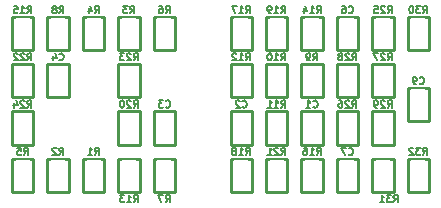
<source format=gbo>
%FSLAX34Y34*%
G04 Gerber Fmt 3.4, Leading zero omitted, Abs format*
G04 (created by PCBNEW (2014-02-02 BZR 4653)-product) date 2014-03-02 10:39:36 PM*
%MOIN*%
G01*
G70*
G90*
G04 APERTURE LIST*
%ADD10C,0.005906*%
%ADD11C,0.010000*%
%ADD12C,0.006000*%
%ADD13R,0.045000X0.032000*%
%ADD14O,0.053150X0.157480*%
%ADD15C,0.078700*%
%ADD16R,0.078700X0.078700*%
G04 APERTURE END LIST*
G54D10*
G54D11*
X30157Y-43070D02*
X30157Y-41968D01*
X30157Y-41968D02*
X30866Y-41968D01*
X30866Y-41968D02*
X30866Y-43070D01*
X30866Y-43070D02*
X30157Y-43070D01*
X25236Y-44645D02*
X25236Y-43543D01*
X25236Y-43543D02*
X25944Y-43543D01*
X25944Y-43543D02*
X25944Y-44645D01*
X25944Y-44645D02*
X25236Y-44645D01*
X27125Y-43543D02*
X27125Y-44645D01*
X27125Y-44645D02*
X26417Y-44645D01*
X26417Y-44645D02*
X26417Y-43543D01*
X26417Y-43543D02*
X27125Y-43543D01*
X25236Y-43070D02*
X25236Y-41968D01*
X25236Y-41968D02*
X25944Y-41968D01*
X25944Y-41968D02*
X25944Y-43070D01*
X25944Y-43070D02*
X25236Y-43070D01*
X34409Y-45118D02*
X34409Y-46220D01*
X34409Y-46220D02*
X33700Y-46220D01*
X33700Y-46220D02*
X33700Y-45118D01*
X33700Y-45118D02*
X34409Y-45118D01*
X34409Y-43543D02*
X34409Y-44645D01*
X34409Y-44645D02*
X33700Y-44645D01*
X33700Y-44645D02*
X33700Y-43543D01*
X33700Y-43543D02*
X34409Y-43543D01*
X33700Y-41496D02*
X33700Y-40393D01*
X33700Y-40393D02*
X34409Y-40393D01*
X34409Y-40393D02*
X34409Y-41496D01*
X34409Y-41496D02*
X33700Y-41496D01*
X32519Y-41496D02*
X32519Y-40393D01*
X32519Y-40393D02*
X33228Y-40393D01*
X33228Y-40393D02*
X33228Y-41496D01*
X33228Y-41496D02*
X32519Y-41496D01*
X34409Y-41968D02*
X34409Y-43070D01*
X34409Y-43070D02*
X33700Y-43070D01*
X33700Y-43070D02*
X33700Y-41968D01*
X33700Y-41968D02*
X34409Y-41968D01*
X21692Y-46220D02*
X21692Y-45118D01*
X21692Y-45118D02*
X22401Y-45118D01*
X22401Y-45118D02*
X22401Y-46220D01*
X22401Y-46220D02*
X21692Y-46220D01*
X31338Y-43070D02*
X31338Y-41968D01*
X31338Y-41968D02*
X32047Y-41968D01*
X32047Y-41968D02*
X32047Y-43070D01*
X32047Y-43070D02*
X31338Y-43070D01*
X31338Y-41496D02*
X31338Y-40393D01*
X31338Y-40393D02*
X32047Y-40393D01*
X32047Y-40393D02*
X32047Y-41496D01*
X32047Y-41496D02*
X31338Y-41496D01*
X25236Y-46220D02*
X25236Y-45118D01*
X25236Y-45118D02*
X25944Y-45118D01*
X25944Y-45118D02*
X25944Y-46220D01*
X25944Y-46220D02*
X25236Y-46220D01*
X27125Y-45118D02*
X27125Y-46220D01*
X27125Y-46220D02*
X26417Y-46220D01*
X26417Y-46220D02*
X26417Y-45118D01*
X26417Y-45118D02*
X27125Y-45118D01*
X24055Y-46220D02*
X24055Y-45118D01*
X24055Y-45118D02*
X24763Y-45118D01*
X24763Y-45118D02*
X24763Y-46220D01*
X24763Y-46220D02*
X24055Y-46220D01*
X22874Y-46220D02*
X22874Y-45118D01*
X22874Y-45118D02*
X23582Y-45118D01*
X23582Y-45118D02*
X23582Y-46220D01*
X23582Y-46220D02*
X22874Y-46220D01*
X35590Y-42755D02*
X35590Y-43858D01*
X35590Y-43858D02*
X34881Y-43858D01*
X34881Y-43858D02*
X34881Y-42755D01*
X34881Y-42755D02*
X35590Y-42755D01*
X28976Y-44645D02*
X28976Y-43543D01*
X28976Y-43543D02*
X29685Y-43543D01*
X29685Y-43543D02*
X29685Y-44645D01*
X29685Y-44645D02*
X28976Y-44645D01*
X28976Y-41496D02*
X28976Y-40393D01*
X28976Y-40393D02*
X29685Y-40393D01*
X29685Y-40393D02*
X29685Y-41496D01*
X29685Y-41496D02*
X28976Y-41496D01*
X30866Y-45118D02*
X30866Y-46220D01*
X30866Y-46220D02*
X30157Y-46220D01*
X30157Y-46220D02*
X30157Y-45118D01*
X30157Y-45118D02*
X30866Y-45118D01*
X29685Y-45118D02*
X29685Y-46220D01*
X29685Y-46220D02*
X28976Y-46220D01*
X28976Y-46220D02*
X28976Y-45118D01*
X28976Y-45118D02*
X29685Y-45118D01*
X31338Y-46220D02*
X31338Y-45118D01*
X31338Y-45118D02*
X32047Y-45118D01*
X32047Y-45118D02*
X32047Y-46220D01*
X32047Y-46220D02*
X31338Y-46220D01*
X30866Y-43543D02*
X30866Y-44645D01*
X30866Y-44645D02*
X30157Y-44645D01*
X30157Y-44645D02*
X30157Y-43543D01*
X30157Y-43543D02*
X30866Y-43543D01*
X29685Y-41968D02*
X29685Y-43070D01*
X29685Y-43070D02*
X28976Y-43070D01*
X28976Y-43070D02*
X28976Y-41968D01*
X28976Y-41968D02*
X29685Y-41968D01*
X32519Y-43070D02*
X32519Y-41968D01*
X32519Y-41968D02*
X33228Y-41968D01*
X33228Y-41968D02*
X33228Y-43070D01*
X33228Y-43070D02*
X32519Y-43070D01*
X33228Y-45118D02*
X33228Y-46220D01*
X33228Y-46220D02*
X32519Y-46220D01*
X32519Y-46220D02*
X32519Y-45118D01*
X32519Y-45118D02*
X33228Y-45118D01*
X32519Y-44645D02*
X32519Y-43543D01*
X32519Y-43543D02*
X33228Y-43543D01*
X33228Y-43543D02*
X33228Y-44645D01*
X33228Y-44645D02*
X32519Y-44645D01*
X34881Y-41496D02*
X34881Y-40393D01*
X34881Y-40393D02*
X35590Y-40393D01*
X35590Y-40393D02*
X35590Y-41496D01*
X35590Y-41496D02*
X34881Y-41496D01*
X35590Y-45118D02*
X35590Y-46220D01*
X35590Y-46220D02*
X34881Y-46220D01*
X34881Y-46220D02*
X34881Y-45118D01*
X34881Y-45118D02*
X35590Y-45118D01*
X22401Y-43543D02*
X22401Y-44645D01*
X22401Y-44645D02*
X21692Y-44645D01*
X21692Y-44645D02*
X21692Y-43543D01*
X21692Y-43543D02*
X22401Y-43543D01*
X22874Y-43070D02*
X22874Y-41968D01*
X22874Y-41968D02*
X23582Y-41968D01*
X23582Y-41968D02*
X23582Y-43070D01*
X23582Y-43070D02*
X22874Y-43070D01*
X22401Y-41968D02*
X22401Y-43070D01*
X22401Y-43070D02*
X21692Y-43070D01*
X21692Y-43070D02*
X21692Y-41968D01*
X21692Y-41968D02*
X22401Y-41968D01*
X22401Y-40393D02*
X22401Y-41496D01*
X22401Y-41496D02*
X21692Y-41496D01*
X21692Y-41496D02*
X21692Y-40393D01*
X21692Y-40393D02*
X22401Y-40393D01*
X22874Y-41496D02*
X22874Y-40393D01*
X22874Y-40393D02*
X23582Y-40393D01*
X23582Y-40393D02*
X23582Y-41496D01*
X23582Y-41496D02*
X22874Y-41496D01*
X27125Y-40393D02*
X27125Y-41496D01*
X27125Y-41496D02*
X26417Y-41496D01*
X26417Y-41496D02*
X26417Y-40393D01*
X26417Y-40393D02*
X27125Y-40393D01*
X25236Y-41496D02*
X25236Y-40393D01*
X25236Y-40393D02*
X25944Y-40393D01*
X25944Y-40393D02*
X25944Y-41496D01*
X25944Y-41496D02*
X25236Y-41496D01*
X24055Y-41496D02*
X24055Y-40393D01*
X24055Y-40393D02*
X24763Y-40393D01*
X24763Y-40393D02*
X24763Y-41496D01*
X24763Y-41496D02*
X24055Y-41496D01*
X31338Y-44645D02*
X31338Y-43543D01*
X31338Y-43543D02*
X32047Y-43543D01*
X32047Y-43543D02*
X32047Y-44645D01*
X32047Y-44645D02*
X31338Y-44645D01*
X30157Y-41496D02*
X30157Y-40393D01*
X30157Y-40393D02*
X30866Y-40393D01*
X30866Y-40393D02*
X30866Y-41496D01*
X30866Y-41496D02*
X30157Y-41496D01*
G54D12*
X30666Y-41840D02*
X30746Y-41726D01*
X30803Y-41840D02*
X30803Y-41600D01*
X30711Y-41600D01*
X30688Y-41612D01*
X30677Y-41623D01*
X30666Y-41646D01*
X30666Y-41680D01*
X30677Y-41703D01*
X30688Y-41715D01*
X30711Y-41726D01*
X30803Y-41726D01*
X30437Y-41840D02*
X30574Y-41840D01*
X30506Y-41840D02*
X30506Y-41600D01*
X30528Y-41635D01*
X30551Y-41657D01*
X30574Y-41669D01*
X30288Y-41600D02*
X30266Y-41600D01*
X30243Y-41612D01*
X30231Y-41623D01*
X30220Y-41646D01*
X30208Y-41692D01*
X30208Y-41749D01*
X30220Y-41795D01*
X30231Y-41817D01*
X30243Y-41829D01*
X30266Y-41840D01*
X30288Y-41840D01*
X30311Y-41829D01*
X30323Y-41817D01*
X30334Y-41795D01*
X30346Y-41749D01*
X30346Y-41692D01*
X30334Y-41646D01*
X30323Y-41623D01*
X30311Y-41612D01*
X30288Y-41600D01*
X25744Y-43415D02*
X25824Y-43301D01*
X25881Y-43415D02*
X25881Y-43175D01*
X25790Y-43175D01*
X25767Y-43187D01*
X25756Y-43198D01*
X25744Y-43221D01*
X25744Y-43255D01*
X25756Y-43278D01*
X25767Y-43289D01*
X25790Y-43301D01*
X25881Y-43301D01*
X25653Y-43198D02*
X25641Y-43187D01*
X25619Y-43175D01*
X25561Y-43175D01*
X25539Y-43187D01*
X25527Y-43198D01*
X25516Y-43221D01*
X25516Y-43244D01*
X25527Y-43278D01*
X25664Y-43415D01*
X25516Y-43415D01*
X25367Y-43175D02*
X25344Y-43175D01*
X25321Y-43187D01*
X25310Y-43198D01*
X25299Y-43221D01*
X25287Y-43267D01*
X25287Y-43324D01*
X25299Y-43369D01*
X25310Y-43392D01*
X25321Y-43404D01*
X25344Y-43415D01*
X25367Y-43415D01*
X25390Y-43404D01*
X25401Y-43392D01*
X25413Y-43369D01*
X25424Y-43324D01*
X25424Y-43267D01*
X25413Y-43221D01*
X25401Y-43198D01*
X25390Y-43187D01*
X25367Y-43175D01*
X26811Y-43392D02*
X26823Y-43404D01*
X26857Y-43415D01*
X26880Y-43415D01*
X26914Y-43404D01*
X26937Y-43381D01*
X26948Y-43358D01*
X26960Y-43312D01*
X26960Y-43278D01*
X26948Y-43232D01*
X26937Y-43209D01*
X26914Y-43187D01*
X26880Y-43175D01*
X26857Y-43175D01*
X26823Y-43187D01*
X26811Y-43198D01*
X26731Y-43175D02*
X26583Y-43175D01*
X26663Y-43267D01*
X26628Y-43267D01*
X26605Y-43278D01*
X26594Y-43289D01*
X26583Y-43312D01*
X26583Y-43369D01*
X26594Y-43392D01*
X26605Y-43404D01*
X26628Y-43415D01*
X26697Y-43415D01*
X26720Y-43404D01*
X26731Y-43392D01*
X25744Y-41840D02*
X25824Y-41726D01*
X25881Y-41840D02*
X25881Y-41600D01*
X25790Y-41600D01*
X25767Y-41612D01*
X25756Y-41623D01*
X25744Y-41646D01*
X25744Y-41680D01*
X25756Y-41703D01*
X25767Y-41715D01*
X25790Y-41726D01*
X25881Y-41726D01*
X25653Y-41623D02*
X25641Y-41612D01*
X25619Y-41600D01*
X25561Y-41600D01*
X25539Y-41612D01*
X25527Y-41623D01*
X25516Y-41646D01*
X25516Y-41669D01*
X25527Y-41703D01*
X25664Y-41840D01*
X25516Y-41840D01*
X25436Y-41600D02*
X25287Y-41600D01*
X25367Y-41692D01*
X25333Y-41692D01*
X25310Y-41703D01*
X25299Y-41715D01*
X25287Y-41737D01*
X25287Y-41795D01*
X25299Y-41817D01*
X25310Y-41829D01*
X25333Y-41840D01*
X25401Y-41840D01*
X25424Y-41829D01*
X25436Y-41817D01*
X34406Y-46565D02*
X34486Y-46450D01*
X34543Y-46565D02*
X34543Y-46325D01*
X34451Y-46325D01*
X34429Y-46336D01*
X34417Y-46348D01*
X34406Y-46370D01*
X34406Y-46405D01*
X34417Y-46428D01*
X34429Y-46439D01*
X34451Y-46450D01*
X34543Y-46450D01*
X34326Y-46325D02*
X34177Y-46325D01*
X34257Y-46416D01*
X34223Y-46416D01*
X34200Y-46428D01*
X34189Y-46439D01*
X34177Y-46462D01*
X34177Y-46519D01*
X34189Y-46542D01*
X34200Y-46553D01*
X34223Y-46565D01*
X34291Y-46565D01*
X34314Y-46553D01*
X34326Y-46542D01*
X33949Y-46565D02*
X34086Y-46565D01*
X34017Y-46565D02*
X34017Y-46325D01*
X34040Y-46359D01*
X34063Y-46382D01*
X34086Y-46393D01*
X34209Y-43415D02*
X34289Y-43301D01*
X34346Y-43415D02*
X34346Y-43175D01*
X34255Y-43175D01*
X34232Y-43187D01*
X34220Y-43198D01*
X34209Y-43221D01*
X34209Y-43255D01*
X34220Y-43278D01*
X34232Y-43289D01*
X34255Y-43301D01*
X34346Y-43301D01*
X34117Y-43198D02*
X34106Y-43187D01*
X34083Y-43175D01*
X34026Y-43175D01*
X34003Y-43187D01*
X33992Y-43198D01*
X33980Y-43221D01*
X33980Y-43244D01*
X33992Y-43278D01*
X34129Y-43415D01*
X33980Y-43415D01*
X33866Y-43415D02*
X33820Y-43415D01*
X33797Y-43404D01*
X33786Y-43392D01*
X33763Y-43358D01*
X33752Y-43312D01*
X33752Y-43221D01*
X33763Y-43198D01*
X33775Y-43187D01*
X33797Y-43175D01*
X33843Y-43175D01*
X33866Y-43187D01*
X33877Y-43198D01*
X33889Y-43221D01*
X33889Y-43278D01*
X33877Y-43301D01*
X33866Y-43312D01*
X33843Y-43324D01*
X33797Y-43324D01*
X33775Y-43312D01*
X33763Y-43301D01*
X33752Y-43278D01*
X34209Y-40266D02*
X34289Y-40151D01*
X34346Y-40266D02*
X34346Y-40026D01*
X34255Y-40026D01*
X34232Y-40037D01*
X34220Y-40048D01*
X34209Y-40071D01*
X34209Y-40106D01*
X34220Y-40128D01*
X34232Y-40140D01*
X34255Y-40151D01*
X34346Y-40151D01*
X34117Y-40048D02*
X34106Y-40037D01*
X34083Y-40026D01*
X34026Y-40026D01*
X34003Y-40037D01*
X33992Y-40048D01*
X33980Y-40071D01*
X33980Y-40094D01*
X33992Y-40128D01*
X34129Y-40266D01*
X33980Y-40266D01*
X33763Y-40026D02*
X33877Y-40026D01*
X33889Y-40140D01*
X33877Y-40128D01*
X33855Y-40117D01*
X33797Y-40117D01*
X33775Y-40128D01*
X33763Y-40140D01*
X33752Y-40163D01*
X33752Y-40220D01*
X33763Y-40243D01*
X33775Y-40254D01*
X33797Y-40266D01*
X33855Y-40266D01*
X33877Y-40254D01*
X33889Y-40243D01*
X32914Y-40243D02*
X32925Y-40254D01*
X32959Y-40266D01*
X32982Y-40266D01*
X33016Y-40254D01*
X33039Y-40231D01*
X33051Y-40208D01*
X33062Y-40163D01*
X33062Y-40128D01*
X33051Y-40083D01*
X33039Y-40060D01*
X33016Y-40037D01*
X32982Y-40026D01*
X32959Y-40026D01*
X32925Y-40037D01*
X32914Y-40048D01*
X32708Y-40026D02*
X32754Y-40026D01*
X32776Y-40037D01*
X32788Y-40048D01*
X32811Y-40083D01*
X32822Y-40128D01*
X32822Y-40220D01*
X32811Y-40243D01*
X32799Y-40254D01*
X32776Y-40266D01*
X32731Y-40266D01*
X32708Y-40254D01*
X32696Y-40243D01*
X32685Y-40220D01*
X32685Y-40163D01*
X32696Y-40140D01*
X32708Y-40128D01*
X32731Y-40117D01*
X32776Y-40117D01*
X32799Y-40128D01*
X32811Y-40140D01*
X32822Y-40163D01*
X34209Y-41840D02*
X34289Y-41726D01*
X34346Y-41840D02*
X34346Y-41600D01*
X34255Y-41600D01*
X34232Y-41612D01*
X34220Y-41623D01*
X34209Y-41646D01*
X34209Y-41680D01*
X34220Y-41703D01*
X34232Y-41715D01*
X34255Y-41726D01*
X34346Y-41726D01*
X34117Y-41623D02*
X34106Y-41612D01*
X34083Y-41600D01*
X34026Y-41600D01*
X34003Y-41612D01*
X33992Y-41623D01*
X33980Y-41646D01*
X33980Y-41669D01*
X33992Y-41703D01*
X34129Y-41840D01*
X33980Y-41840D01*
X33900Y-41600D02*
X33740Y-41600D01*
X33843Y-41840D01*
X22087Y-44990D02*
X22167Y-44876D01*
X22224Y-44990D02*
X22224Y-44750D01*
X22132Y-44750D01*
X22110Y-44761D01*
X22098Y-44773D01*
X22087Y-44796D01*
X22087Y-44830D01*
X22098Y-44853D01*
X22110Y-44864D01*
X22132Y-44876D01*
X22224Y-44876D01*
X21870Y-44750D02*
X21984Y-44750D01*
X21995Y-44864D01*
X21984Y-44853D01*
X21961Y-44841D01*
X21904Y-44841D01*
X21881Y-44853D01*
X21870Y-44864D01*
X21858Y-44887D01*
X21858Y-44944D01*
X21870Y-44967D01*
X21881Y-44979D01*
X21904Y-44990D01*
X21961Y-44990D01*
X21984Y-44979D01*
X21995Y-44967D01*
X31732Y-41840D02*
X31812Y-41726D01*
X31870Y-41840D02*
X31870Y-41600D01*
X31778Y-41600D01*
X31755Y-41612D01*
X31744Y-41623D01*
X31732Y-41646D01*
X31732Y-41680D01*
X31744Y-41703D01*
X31755Y-41715D01*
X31778Y-41726D01*
X31870Y-41726D01*
X31618Y-41840D02*
X31572Y-41840D01*
X31550Y-41829D01*
X31538Y-41817D01*
X31515Y-41783D01*
X31504Y-41737D01*
X31504Y-41646D01*
X31515Y-41623D01*
X31527Y-41612D01*
X31550Y-41600D01*
X31595Y-41600D01*
X31618Y-41612D01*
X31630Y-41623D01*
X31641Y-41646D01*
X31641Y-41703D01*
X31630Y-41726D01*
X31618Y-41737D01*
X31595Y-41749D01*
X31550Y-41749D01*
X31527Y-41737D01*
X31515Y-41726D01*
X31504Y-41703D01*
X31847Y-40266D02*
X31927Y-40151D01*
X31984Y-40266D02*
X31984Y-40026D01*
X31892Y-40026D01*
X31870Y-40037D01*
X31858Y-40048D01*
X31847Y-40071D01*
X31847Y-40106D01*
X31858Y-40128D01*
X31870Y-40140D01*
X31892Y-40151D01*
X31984Y-40151D01*
X31618Y-40266D02*
X31755Y-40266D01*
X31687Y-40266D02*
X31687Y-40026D01*
X31710Y-40060D01*
X31732Y-40083D01*
X31755Y-40094D01*
X31412Y-40106D02*
X31412Y-40266D01*
X31470Y-40014D02*
X31527Y-40186D01*
X31378Y-40186D01*
X25744Y-46565D02*
X25824Y-46450D01*
X25881Y-46565D02*
X25881Y-46325D01*
X25790Y-46325D01*
X25767Y-46336D01*
X25756Y-46348D01*
X25744Y-46370D01*
X25744Y-46405D01*
X25756Y-46428D01*
X25767Y-46439D01*
X25790Y-46450D01*
X25881Y-46450D01*
X25516Y-46565D02*
X25653Y-46565D01*
X25584Y-46565D02*
X25584Y-46325D01*
X25607Y-46359D01*
X25630Y-46382D01*
X25653Y-46393D01*
X25436Y-46325D02*
X25287Y-46325D01*
X25367Y-46416D01*
X25333Y-46416D01*
X25310Y-46428D01*
X25299Y-46439D01*
X25287Y-46462D01*
X25287Y-46519D01*
X25299Y-46542D01*
X25310Y-46553D01*
X25333Y-46565D01*
X25401Y-46565D01*
X25424Y-46553D01*
X25436Y-46542D01*
X26811Y-46565D02*
X26891Y-46450D01*
X26948Y-46565D02*
X26948Y-46325D01*
X26857Y-46325D01*
X26834Y-46336D01*
X26823Y-46348D01*
X26811Y-46370D01*
X26811Y-46405D01*
X26823Y-46428D01*
X26834Y-46439D01*
X26857Y-46450D01*
X26948Y-46450D01*
X26731Y-46325D02*
X26571Y-46325D01*
X26674Y-46565D01*
X24449Y-44990D02*
X24529Y-44876D01*
X24586Y-44990D02*
X24586Y-44750D01*
X24495Y-44750D01*
X24472Y-44761D01*
X24460Y-44773D01*
X24449Y-44796D01*
X24449Y-44830D01*
X24460Y-44853D01*
X24472Y-44864D01*
X24495Y-44876D01*
X24586Y-44876D01*
X24220Y-44990D02*
X24358Y-44990D01*
X24289Y-44990D02*
X24289Y-44750D01*
X24312Y-44784D01*
X24335Y-44807D01*
X24358Y-44819D01*
X23268Y-44990D02*
X23348Y-44876D01*
X23405Y-44990D02*
X23405Y-44750D01*
X23314Y-44750D01*
X23291Y-44761D01*
X23279Y-44773D01*
X23268Y-44796D01*
X23268Y-44830D01*
X23279Y-44853D01*
X23291Y-44864D01*
X23314Y-44876D01*
X23405Y-44876D01*
X23176Y-44773D02*
X23165Y-44761D01*
X23142Y-44750D01*
X23085Y-44750D01*
X23062Y-44761D01*
X23051Y-44773D01*
X23039Y-44796D01*
X23039Y-44819D01*
X23051Y-44853D01*
X23188Y-44990D01*
X23039Y-44990D01*
X35276Y-42605D02*
X35287Y-42616D01*
X35321Y-42628D01*
X35344Y-42628D01*
X35379Y-42616D01*
X35401Y-42593D01*
X35413Y-42571D01*
X35424Y-42525D01*
X35424Y-42491D01*
X35413Y-42445D01*
X35401Y-42422D01*
X35379Y-42399D01*
X35344Y-42388D01*
X35321Y-42388D01*
X35287Y-42399D01*
X35276Y-42411D01*
X35161Y-42628D02*
X35116Y-42628D01*
X35093Y-42616D01*
X35081Y-42605D01*
X35059Y-42571D01*
X35047Y-42525D01*
X35047Y-42433D01*
X35059Y-42411D01*
X35070Y-42399D01*
X35093Y-42388D01*
X35139Y-42388D01*
X35161Y-42399D01*
X35173Y-42411D01*
X35184Y-42433D01*
X35184Y-42491D01*
X35173Y-42513D01*
X35161Y-42525D01*
X35139Y-42536D01*
X35093Y-42536D01*
X35070Y-42525D01*
X35059Y-42513D01*
X35047Y-42491D01*
X29370Y-43392D02*
X29382Y-43404D01*
X29416Y-43415D01*
X29439Y-43415D01*
X29473Y-43404D01*
X29496Y-43381D01*
X29507Y-43358D01*
X29519Y-43312D01*
X29519Y-43278D01*
X29507Y-43232D01*
X29496Y-43209D01*
X29473Y-43187D01*
X29439Y-43175D01*
X29416Y-43175D01*
X29382Y-43187D01*
X29370Y-43198D01*
X29279Y-43198D02*
X29267Y-43187D01*
X29244Y-43175D01*
X29187Y-43175D01*
X29164Y-43187D01*
X29153Y-43198D01*
X29142Y-43221D01*
X29142Y-43244D01*
X29153Y-43278D01*
X29290Y-43415D01*
X29142Y-43415D01*
X29484Y-40266D02*
X29564Y-40151D01*
X29622Y-40266D02*
X29622Y-40026D01*
X29530Y-40026D01*
X29507Y-40037D01*
X29496Y-40048D01*
X29484Y-40071D01*
X29484Y-40106D01*
X29496Y-40128D01*
X29507Y-40140D01*
X29530Y-40151D01*
X29622Y-40151D01*
X29256Y-40266D02*
X29393Y-40266D01*
X29324Y-40266D02*
X29324Y-40026D01*
X29347Y-40060D01*
X29370Y-40083D01*
X29393Y-40094D01*
X29176Y-40026D02*
X29016Y-40026D01*
X29119Y-40266D01*
X30666Y-44990D02*
X30746Y-44876D01*
X30803Y-44990D02*
X30803Y-44750D01*
X30711Y-44750D01*
X30688Y-44761D01*
X30677Y-44773D01*
X30666Y-44796D01*
X30666Y-44830D01*
X30677Y-44853D01*
X30688Y-44864D01*
X30711Y-44876D01*
X30803Y-44876D01*
X30574Y-44773D02*
X30563Y-44761D01*
X30540Y-44750D01*
X30483Y-44750D01*
X30460Y-44761D01*
X30448Y-44773D01*
X30437Y-44796D01*
X30437Y-44819D01*
X30448Y-44853D01*
X30586Y-44990D01*
X30437Y-44990D01*
X30208Y-44990D02*
X30346Y-44990D01*
X30277Y-44990D02*
X30277Y-44750D01*
X30300Y-44784D01*
X30323Y-44807D01*
X30346Y-44819D01*
X29484Y-44990D02*
X29564Y-44876D01*
X29622Y-44990D02*
X29622Y-44750D01*
X29530Y-44750D01*
X29507Y-44761D01*
X29496Y-44773D01*
X29484Y-44796D01*
X29484Y-44830D01*
X29496Y-44853D01*
X29507Y-44864D01*
X29530Y-44876D01*
X29622Y-44876D01*
X29256Y-44990D02*
X29393Y-44990D01*
X29324Y-44990D02*
X29324Y-44750D01*
X29347Y-44784D01*
X29370Y-44807D01*
X29393Y-44819D01*
X29119Y-44853D02*
X29142Y-44841D01*
X29153Y-44830D01*
X29164Y-44807D01*
X29164Y-44796D01*
X29153Y-44773D01*
X29142Y-44761D01*
X29119Y-44750D01*
X29073Y-44750D01*
X29050Y-44761D01*
X29039Y-44773D01*
X29027Y-44796D01*
X29027Y-44807D01*
X29039Y-44830D01*
X29050Y-44841D01*
X29073Y-44853D01*
X29119Y-44853D01*
X29142Y-44864D01*
X29153Y-44876D01*
X29164Y-44899D01*
X29164Y-44944D01*
X29153Y-44967D01*
X29142Y-44979D01*
X29119Y-44990D01*
X29073Y-44990D01*
X29050Y-44979D01*
X29039Y-44967D01*
X29027Y-44944D01*
X29027Y-44899D01*
X29039Y-44876D01*
X29050Y-44864D01*
X29073Y-44853D01*
X31847Y-44990D02*
X31927Y-44876D01*
X31984Y-44990D02*
X31984Y-44750D01*
X31892Y-44750D01*
X31870Y-44761D01*
X31858Y-44773D01*
X31847Y-44796D01*
X31847Y-44830D01*
X31858Y-44853D01*
X31870Y-44864D01*
X31892Y-44876D01*
X31984Y-44876D01*
X31618Y-44990D02*
X31755Y-44990D01*
X31687Y-44990D02*
X31687Y-44750D01*
X31710Y-44784D01*
X31732Y-44807D01*
X31755Y-44819D01*
X31412Y-44750D02*
X31458Y-44750D01*
X31481Y-44761D01*
X31492Y-44773D01*
X31515Y-44807D01*
X31527Y-44853D01*
X31527Y-44944D01*
X31515Y-44967D01*
X31504Y-44979D01*
X31481Y-44990D01*
X31435Y-44990D01*
X31412Y-44979D01*
X31401Y-44967D01*
X31390Y-44944D01*
X31390Y-44887D01*
X31401Y-44864D01*
X31412Y-44853D01*
X31435Y-44841D01*
X31481Y-44841D01*
X31504Y-44853D01*
X31515Y-44864D01*
X31527Y-44887D01*
X30666Y-43415D02*
X30746Y-43301D01*
X30803Y-43415D02*
X30803Y-43175D01*
X30711Y-43175D01*
X30688Y-43187D01*
X30677Y-43198D01*
X30666Y-43221D01*
X30666Y-43255D01*
X30677Y-43278D01*
X30688Y-43289D01*
X30711Y-43301D01*
X30803Y-43301D01*
X30437Y-43415D02*
X30574Y-43415D01*
X30506Y-43415D02*
X30506Y-43175D01*
X30528Y-43209D01*
X30551Y-43232D01*
X30574Y-43244D01*
X30208Y-43415D02*
X30346Y-43415D01*
X30277Y-43415D02*
X30277Y-43175D01*
X30300Y-43209D01*
X30323Y-43232D01*
X30346Y-43244D01*
X29484Y-41840D02*
X29564Y-41726D01*
X29622Y-41840D02*
X29622Y-41600D01*
X29530Y-41600D01*
X29507Y-41612D01*
X29496Y-41623D01*
X29484Y-41646D01*
X29484Y-41680D01*
X29496Y-41703D01*
X29507Y-41715D01*
X29530Y-41726D01*
X29622Y-41726D01*
X29256Y-41840D02*
X29393Y-41840D01*
X29324Y-41840D02*
X29324Y-41600D01*
X29347Y-41635D01*
X29370Y-41657D01*
X29393Y-41669D01*
X29164Y-41623D02*
X29153Y-41612D01*
X29130Y-41600D01*
X29073Y-41600D01*
X29050Y-41612D01*
X29039Y-41623D01*
X29027Y-41646D01*
X29027Y-41669D01*
X29039Y-41703D01*
X29176Y-41840D01*
X29027Y-41840D01*
X33028Y-41840D02*
X33108Y-41726D01*
X33165Y-41840D02*
X33165Y-41600D01*
X33074Y-41600D01*
X33051Y-41612D01*
X33039Y-41623D01*
X33028Y-41646D01*
X33028Y-41680D01*
X33039Y-41703D01*
X33051Y-41715D01*
X33074Y-41726D01*
X33165Y-41726D01*
X32936Y-41623D02*
X32925Y-41612D01*
X32902Y-41600D01*
X32845Y-41600D01*
X32822Y-41612D01*
X32811Y-41623D01*
X32799Y-41646D01*
X32799Y-41669D01*
X32811Y-41703D01*
X32948Y-41840D01*
X32799Y-41840D01*
X32662Y-41703D02*
X32685Y-41692D01*
X32696Y-41680D01*
X32708Y-41657D01*
X32708Y-41646D01*
X32696Y-41623D01*
X32685Y-41612D01*
X32662Y-41600D01*
X32616Y-41600D01*
X32594Y-41612D01*
X32582Y-41623D01*
X32571Y-41646D01*
X32571Y-41657D01*
X32582Y-41680D01*
X32594Y-41692D01*
X32616Y-41703D01*
X32662Y-41703D01*
X32685Y-41715D01*
X32696Y-41726D01*
X32708Y-41749D01*
X32708Y-41795D01*
X32696Y-41817D01*
X32685Y-41829D01*
X32662Y-41840D01*
X32616Y-41840D01*
X32594Y-41829D01*
X32582Y-41817D01*
X32571Y-41795D01*
X32571Y-41749D01*
X32582Y-41726D01*
X32594Y-41715D01*
X32616Y-41703D01*
X32914Y-44967D02*
X32925Y-44979D01*
X32959Y-44990D01*
X32982Y-44990D01*
X33016Y-44979D01*
X33039Y-44956D01*
X33051Y-44933D01*
X33062Y-44887D01*
X33062Y-44853D01*
X33051Y-44807D01*
X33039Y-44784D01*
X33016Y-44761D01*
X32982Y-44750D01*
X32959Y-44750D01*
X32925Y-44761D01*
X32914Y-44773D01*
X32834Y-44750D02*
X32674Y-44750D01*
X32776Y-44990D01*
X33028Y-43415D02*
X33108Y-43301D01*
X33165Y-43415D02*
X33165Y-43175D01*
X33074Y-43175D01*
X33051Y-43187D01*
X33039Y-43198D01*
X33028Y-43221D01*
X33028Y-43255D01*
X33039Y-43278D01*
X33051Y-43289D01*
X33074Y-43301D01*
X33165Y-43301D01*
X32936Y-43198D02*
X32925Y-43187D01*
X32902Y-43175D01*
X32845Y-43175D01*
X32822Y-43187D01*
X32811Y-43198D01*
X32799Y-43221D01*
X32799Y-43244D01*
X32811Y-43278D01*
X32948Y-43415D01*
X32799Y-43415D01*
X32594Y-43175D02*
X32639Y-43175D01*
X32662Y-43187D01*
X32674Y-43198D01*
X32696Y-43232D01*
X32708Y-43278D01*
X32708Y-43369D01*
X32696Y-43392D01*
X32685Y-43404D01*
X32662Y-43415D01*
X32616Y-43415D01*
X32594Y-43404D01*
X32582Y-43392D01*
X32571Y-43369D01*
X32571Y-43312D01*
X32582Y-43289D01*
X32594Y-43278D01*
X32616Y-43267D01*
X32662Y-43267D01*
X32685Y-43278D01*
X32696Y-43289D01*
X32708Y-43312D01*
X35390Y-40266D02*
X35470Y-40151D01*
X35527Y-40266D02*
X35527Y-40026D01*
X35436Y-40026D01*
X35413Y-40037D01*
X35401Y-40048D01*
X35390Y-40071D01*
X35390Y-40106D01*
X35401Y-40128D01*
X35413Y-40140D01*
X35436Y-40151D01*
X35527Y-40151D01*
X35310Y-40026D02*
X35161Y-40026D01*
X35241Y-40117D01*
X35207Y-40117D01*
X35184Y-40128D01*
X35173Y-40140D01*
X35161Y-40163D01*
X35161Y-40220D01*
X35173Y-40243D01*
X35184Y-40254D01*
X35207Y-40266D01*
X35276Y-40266D01*
X35299Y-40254D01*
X35310Y-40243D01*
X35013Y-40026D02*
X34990Y-40026D01*
X34967Y-40037D01*
X34956Y-40048D01*
X34944Y-40071D01*
X34933Y-40117D01*
X34933Y-40174D01*
X34944Y-40220D01*
X34956Y-40243D01*
X34967Y-40254D01*
X34990Y-40266D01*
X35013Y-40266D01*
X35036Y-40254D01*
X35047Y-40243D01*
X35059Y-40220D01*
X35070Y-40174D01*
X35070Y-40117D01*
X35059Y-40071D01*
X35047Y-40048D01*
X35036Y-40037D01*
X35013Y-40026D01*
X35390Y-44990D02*
X35470Y-44876D01*
X35527Y-44990D02*
X35527Y-44750D01*
X35436Y-44750D01*
X35413Y-44761D01*
X35401Y-44773D01*
X35390Y-44796D01*
X35390Y-44830D01*
X35401Y-44853D01*
X35413Y-44864D01*
X35436Y-44876D01*
X35527Y-44876D01*
X35310Y-44750D02*
X35161Y-44750D01*
X35241Y-44841D01*
X35207Y-44841D01*
X35184Y-44853D01*
X35173Y-44864D01*
X35161Y-44887D01*
X35161Y-44944D01*
X35173Y-44967D01*
X35184Y-44979D01*
X35207Y-44990D01*
X35276Y-44990D01*
X35299Y-44979D01*
X35310Y-44967D01*
X35070Y-44773D02*
X35059Y-44761D01*
X35036Y-44750D01*
X34979Y-44750D01*
X34956Y-44761D01*
X34944Y-44773D01*
X34933Y-44796D01*
X34933Y-44819D01*
X34944Y-44853D01*
X35081Y-44990D01*
X34933Y-44990D01*
X22201Y-43415D02*
X22281Y-43301D01*
X22338Y-43415D02*
X22338Y-43175D01*
X22247Y-43175D01*
X22224Y-43187D01*
X22212Y-43198D01*
X22201Y-43221D01*
X22201Y-43255D01*
X22212Y-43278D01*
X22224Y-43289D01*
X22247Y-43301D01*
X22338Y-43301D01*
X22110Y-43198D02*
X22098Y-43187D01*
X22075Y-43175D01*
X22018Y-43175D01*
X21995Y-43187D01*
X21984Y-43198D01*
X21972Y-43221D01*
X21972Y-43244D01*
X21984Y-43278D01*
X22121Y-43415D01*
X21972Y-43415D01*
X21767Y-43255D02*
X21767Y-43415D01*
X21824Y-43164D02*
X21881Y-43335D01*
X21732Y-43335D01*
X23268Y-41817D02*
X23279Y-41829D01*
X23314Y-41840D01*
X23336Y-41840D01*
X23371Y-41829D01*
X23394Y-41806D01*
X23405Y-41783D01*
X23416Y-41737D01*
X23416Y-41703D01*
X23405Y-41657D01*
X23394Y-41635D01*
X23371Y-41612D01*
X23336Y-41600D01*
X23314Y-41600D01*
X23279Y-41612D01*
X23268Y-41623D01*
X23062Y-41680D02*
X23062Y-41840D01*
X23119Y-41589D02*
X23176Y-41760D01*
X23028Y-41760D01*
X22201Y-41840D02*
X22281Y-41726D01*
X22338Y-41840D02*
X22338Y-41600D01*
X22247Y-41600D01*
X22224Y-41612D01*
X22212Y-41623D01*
X22201Y-41646D01*
X22201Y-41680D01*
X22212Y-41703D01*
X22224Y-41715D01*
X22247Y-41726D01*
X22338Y-41726D01*
X22110Y-41623D02*
X22098Y-41612D01*
X22075Y-41600D01*
X22018Y-41600D01*
X21995Y-41612D01*
X21984Y-41623D01*
X21972Y-41646D01*
X21972Y-41669D01*
X21984Y-41703D01*
X22121Y-41840D01*
X21972Y-41840D01*
X21881Y-41623D02*
X21870Y-41612D01*
X21847Y-41600D01*
X21790Y-41600D01*
X21767Y-41612D01*
X21755Y-41623D01*
X21744Y-41646D01*
X21744Y-41669D01*
X21755Y-41703D01*
X21892Y-41840D01*
X21744Y-41840D01*
X22201Y-40266D02*
X22281Y-40151D01*
X22338Y-40266D02*
X22338Y-40026D01*
X22247Y-40026D01*
X22224Y-40037D01*
X22212Y-40048D01*
X22201Y-40071D01*
X22201Y-40106D01*
X22212Y-40128D01*
X22224Y-40140D01*
X22247Y-40151D01*
X22338Y-40151D01*
X21972Y-40266D02*
X22110Y-40266D01*
X22041Y-40266D02*
X22041Y-40026D01*
X22064Y-40060D01*
X22087Y-40083D01*
X22110Y-40094D01*
X21755Y-40026D02*
X21870Y-40026D01*
X21881Y-40140D01*
X21870Y-40128D01*
X21847Y-40117D01*
X21790Y-40117D01*
X21767Y-40128D01*
X21755Y-40140D01*
X21744Y-40163D01*
X21744Y-40220D01*
X21755Y-40243D01*
X21767Y-40254D01*
X21790Y-40266D01*
X21847Y-40266D01*
X21870Y-40254D01*
X21881Y-40243D01*
X23268Y-40266D02*
X23348Y-40151D01*
X23405Y-40266D02*
X23405Y-40026D01*
X23314Y-40026D01*
X23291Y-40037D01*
X23279Y-40048D01*
X23268Y-40071D01*
X23268Y-40106D01*
X23279Y-40128D01*
X23291Y-40140D01*
X23314Y-40151D01*
X23405Y-40151D01*
X23131Y-40128D02*
X23154Y-40117D01*
X23165Y-40106D01*
X23176Y-40083D01*
X23176Y-40071D01*
X23165Y-40048D01*
X23154Y-40037D01*
X23131Y-40026D01*
X23085Y-40026D01*
X23062Y-40037D01*
X23051Y-40048D01*
X23039Y-40071D01*
X23039Y-40083D01*
X23051Y-40106D01*
X23062Y-40117D01*
X23085Y-40128D01*
X23131Y-40128D01*
X23154Y-40140D01*
X23165Y-40151D01*
X23176Y-40174D01*
X23176Y-40220D01*
X23165Y-40243D01*
X23154Y-40254D01*
X23131Y-40266D01*
X23085Y-40266D01*
X23062Y-40254D01*
X23051Y-40243D01*
X23039Y-40220D01*
X23039Y-40174D01*
X23051Y-40151D01*
X23062Y-40140D01*
X23085Y-40128D01*
X26811Y-40266D02*
X26891Y-40151D01*
X26948Y-40266D02*
X26948Y-40026D01*
X26857Y-40026D01*
X26834Y-40037D01*
X26823Y-40048D01*
X26811Y-40071D01*
X26811Y-40106D01*
X26823Y-40128D01*
X26834Y-40140D01*
X26857Y-40151D01*
X26948Y-40151D01*
X26605Y-40026D02*
X26651Y-40026D01*
X26674Y-40037D01*
X26685Y-40048D01*
X26708Y-40083D01*
X26720Y-40128D01*
X26720Y-40220D01*
X26708Y-40243D01*
X26697Y-40254D01*
X26674Y-40266D01*
X26628Y-40266D01*
X26605Y-40254D01*
X26594Y-40243D01*
X26583Y-40220D01*
X26583Y-40163D01*
X26594Y-40140D01*
X26605Y-40128D01*
X26628Y-40117D01*
X26674Y-40117D01*
X26697Y-40128D01*
X26708Y-40140D01*
X26720Y-40163D01*
X25630Y-40266D02*
X25710Y-40151D01*
X25767Y-40266D02*
X25767Y-40026D01*
X25676Y-40026D01*
X25653Y-40037D01*
X25641Y-40048D01*
X25630Y-40071D01*
X25630Y-40106D01*
X25641Y-40128D01*
X25653Y-40140D01*
X25676Y-40151D01*
X25767Y-40151D01*
X25550Y-40026D02*
X25401Y-40026D01*
X25481Y-40117D01*
X25447Y-40117D01*
X25424Y-40128D01*
X25413Y-40140D01*
X25401Y-40163D01*
X25401Y-40220D01*
X25413Y-40243D01*
X25424Y-40254D01*
X25447Y-40266D01*
X25516Y-40266D01*
X25539Y-40254D01*
X25550Y-40243D01*
X24449Y-40266D02*
X24529Y-40151D01*
X24586Y-40266D02*
X24586Y-40026D01*
X24495Y-40026D01*
X24472Y-40037D01*
X24460Y-40048D01*
X24449Y-40071D01*
X24449Y-40106D01*
X24460Y-40128D01*
X24472Y-40140D01*
X24495Y-40151D01*
X24586Y-40151D01*
X24243Y-40106D02*
X24243Y-40266D01*
X24300Y-40014D02*
X24358Y-40186D01*
X24209Y-40186D01*
X31732Y-43392D02*
X31744Y-43404D01*
X31778Y-43415D01*
X31801Y-43415D01*
X31835Y-43404D01*
X31858Y-43381D01*
X31870Y-43358D01*
X31881Y-43312D01*
X31881Y-43278D01*
X31870Y-43232D01*
X31858Y-43209D01*
X31835Y-43187D01*
X31801Y-43175D01*
X31778Y-43175D01*
X31744Y-43187D01*
X31732Y-43198D01*
X31504Y-43415D02*
X31641Y-43415D01*
X31572Y-43415D02*
X31572Y-43175D01*
X31595Y-43209D01*
X31618Y-43232D01*
X31641Y-43244D01*
X30666Y-40266D02*
X30746Y-40151D01*
X30803Y-40266D02*
X30803Y-40026D01*
X30711Y-40026D01*
X30688Y-40037D01*
X30677Y-40048D01*
X30666Y-40071D01*
X30666Y-40106D01*
X30677Y-40128D01*
X30688Y-40140D01*
X30711Y-40151D01*
X30803Y-40151D01*
X30437Y-40266D02*
X30574Y-40266D01*
X30506Y-40266D02*
X30506Y-40026D01*
X30528Y-40060D01*
X30551Y-40083D01*
X30574Y-40094D01*
X30323Y-40266D02*
X30277Y-40266D01*
X30254Y-40254D01*
X30243Y-40243D01*
X30220Y-40208D01*
X30208Y-40163D01*
X30208Y-40071D01*
X30220Y-40048D01*
X30231Y-40037D01*
X30254Y-40026D01*
X30300Y-40026D01*
X30323Y-40037D01*
X30334Y-40048D01*
X30346Y-40071D01*
X30346Y-40128D01*
X30334Y-40151D01*
X30323Y-40163D01*
X30300Y-40174D01*
X30254Y-40174D01*
X30231Y-40163D01*
X30220Y-40151D01*
X30208Y-40128D01*
%LPC*%
G54D13*
X30511Y-42854D03*
X30511Y-42184D03*
X25590Y-44429D03*
X25590Y-43759D03*
X26771Y-43759D03*
X26771Y-44429D03*
X25590Y-42854D03*
X25590Y-42184D03*
X34055Y-45334D03*
X34055Y-46004D03*
X34055Y-43759D03*
X34055Y-44429D03*
X34055Y-41279D03*
X34055Y-40609D03*
X32874Y-41279D03*
X32874Y-40609D03*
X34055Y-42184D03*
X34055Y-42854D03*
X22047Y-46004D03*
X22047Y-45334D03*
X31692Y-42854D03*
X31692Y-42184D03*
X31692Y-41279D03*
X31692Y-40609D03*
X25590Y-46004D03*
X25590Y-45334D03*
X26771Y-45334D03*
X26771Y-46004D03*
X24409Y-46004D03*
X24409Y-45334D03*
X23228Y-46004D03*
X23228Y-45334D03*
X35236Y-42972D03*
X35236Y-43642D03*
X29330Y-44429D03*
X29330Y-43759D03*
X29330Y-41279D03*
X29330Y-40609D03*
X30511Y-45334D03*
X30511Y-46004D03*
X29330Y-45334D03*
X29330Y-46004D03*
X31692Y-46004D03*
X31692Y-45334D03*
X30511Y-43759D03*
X30511Y-44429D03*
X29330Y-42184D03*
X29330Y-42854D03*
X32874Y-42854D03*
X32874Y-42184D03*
X32874Y-45334D03*
X32874Y-46004D03*
X32874Y-44429D03*
X32874Y-43759D03*
X35236Y-41279D03*
X35236Y-40609D03*
X35236Y-45334D03*
X35236Y-46004D03*
X22047Y-43759D03*
X22047Y-44429D03*
X23228Y-42854D03*
X23228Y-42184D03*
X22047Y-42184D03*
X22047Y-42854D03*
X22047Y-40609D03*
X22047Y-41279D03*
X23228Y-41279D03*
X23228Y-40609D03*
X26771Y-40609D03*
X26771Y-41279D03*
X25590Y-41279D03*
X25590Y-40609D03*
X24409Y-41279D03*
X24409Y-40609D03*
X31692Y-44429D03*
X31692Y-43759D03*
X30511Y-41279D03*
X30511Y-40609D03*
G54D14*
X34921Y-47519D03*
X33921Y-47519D03*
X32921Y-47519D03*
X31921Y-47519D03*
X30921Y-47519D03*
X29921Y-47519D03*
X28921Y-47519D03*
X27921Y-47519D03*
X26921Y-47519D03*
X25921Y-47519D03*
X24921Y-47519D03*
X23921Y-47519D03*
G54D15*
X37220Y-42125D03*
X36220Y-43125D03*
G54D16*
X36220Y-41125D03*
G54D15*
X37220Y-45669D03*
X36220Y-46669D03*
G54D16*
X36220Y-44669D03*
M02*

</source>
